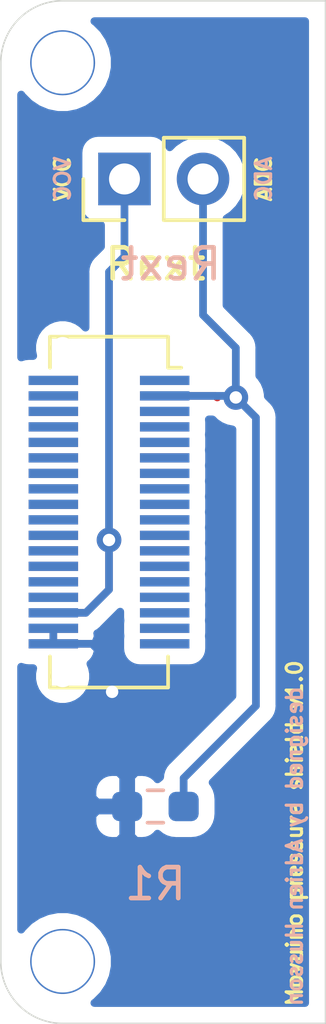
<source format=kicad_pcb>
(kicad_pcb (version 20171130) (host pcbnew "(5.1.10)-1")

  (general
    (thickness 1.6)
    (drawings 20)
    (tracks 29)
    (zones 0)
    (modules 6)
    (nets 68)
  )

  (page A4)
  (title_block
    (title "Movuino Shield Pressure")
    (date 2021-09-23)
    (rev 1.0)
    (company CRI)
    (comment 1 "Adrien Husson")
  )

  (layers
    (0 F.Cu signal hide)
    (31 B.Cu signal)
    (32 B.Adhes user hide)
    (33 F.Adhes user hide)
    (34 B.Paste user hide)
    (35 F.Paste user hide)
    (36 B.SilkS user)
    (37 F.SilkS user)
    (38 B.Mask user)
    (39 F.Mask user)
    (40 Dwgs.User user hide)
    (41 Cmts.User user hide)
    (42 Eco1.User user hide)
    (43 Eco2.User user hide)
    (44 Edge.Cuts user)
    (45 Margin user hide)
    (46 B.CrtYd user hide)
    (47 F.CrtYd user hide)
    (48 B.Fab user hide)
    (49 F.Fab user)
  )

  (setup
    (last_trace_width 0.25)
    (trace_clearance 0.2)
    (zone_clearance 0.508)
    (zone_45_only no)
    (trace_min 0.127)
    (via_size 0.8)
    (via_drill 0.4)
    (via_min_size 0.4)
    (via_min_drill 0.3)
    (uvia_size 0.3)
    (uvia_drill 0.1)
    (uvias_allowed no)
    (uvia_min_size 0.2)
    (uvia_min_drill 0.1)
    (edge_width 0.05)
    (segment_width 0.2)
    (pcb_text_width 0.3)
    (pcb_text_size 1.5 1.5)
    (mod_edge_width 0.12)
    (mod_text_size 1 1)
    (mod_text_width 0.15)
    (pad_size 2.1 2.1)
    (pad_drill 2)
    (pad_to_mask_clearance 0)
    (aux_axis_origin 0 0)
    (visible_elements 7FFFFFFF)
    (pcbplotparams
      (layerselection 0x010f0_ffffffff)
      (usegerberextensions true)
      (usegerberattributes true)
      (usegerberadvancedattributes true)
      (creategerberjobfile false)
      (excludeedgelayer true)
      (linewidth 0.100000)
      (plotframeref false)
      (viasonmask false)
      (mode 1)
      (useauxorigin false)
      (hpglpennumber 1)
      (hpglpenspeed 20)
      (hpglpendiameter 15.000000)
      (psnegative false)
      (psa4output false)
      (plotreference true)
      (plotvalue true)
      (plotinvisibletext false)
      (padsonsilk false)
      (subtractmaskfromsilk false)
      (outputformat 1)
      (mirror false)
      (drillshape 0)
      (scaleselection 1)
      (outputdirectory "output/"))
  )

  (net 0 "")
  (net 1 /ADC)
  (net 2 VCC)
  (net 3 GND)
  (net 4 "Net-(J3-Pad35)")
  (net 5 "Net-(J3-Pad2)")
  (net 6 "Net-(J3-Pad33)")
  (net 7 "Net-(J3-Pad31)")
  (net 8 "Net-(J3-Pad30)")
  (net 9 "Net-(J3-Pad29)")
  (net 10 "Net-(J3-Pad28)")
  (net 11 "Net-(J3-Pad27)")
  (net 12 "Net-(J3-Pad26)")
  (net 13 "Net-(J3-Pad25)")
  (net 14 "Net-(J3-Pad24)")
  (net 15 "Net-(J3-Pad23)")
  (net 16 "Net-(J3-Pad22)")
  (net 17 "Net-(J3-Pad21)")
  (net 18 "Net-(J3-Pad20)")
  (net 19 "Net-(J3-Pad19)")
  (net 20 "Net-(J3-Pad18)")
  (net 21 "Net-(J3-Pad17)")
  (net 22 "Net-(J3-Pad16)")
  (net 23 "Net-(J3-Pad15)")
  (net 24 "Net-(J3-Pad14)")
  (net 25 "Net-(J3-Pad13)")
  (net 26 "Net-(J3-Pad12)")
  (net 27 "Net-(J3-Pad11)")
  (net 28 "Net-(J3-Pad10)")
  (net 29 "Net-(J3-Pad9)")
  (net 30 "Net-(J3-Pad8)")
  (net 31 "Net-(J3-Pad7)")
  (net 32 "Net-(J3-Pad6)")
  (net 33 "Net-(J3-Pad5)")
  (net 34 "Net-(J3-Pad4)")
  (net 35 "Net-(J1-Pad30)")
  (net 36 "Net-(J1-Pad29)")
  (net 37 "Net-(J1-Pad28)")
  (net 38 "Net-(J1-Pad27)")
  (net 39 "Net-(J1-Pad26)")
  (net 40 "Net-(J1-Pad25)")
  (net 41 "Net-(J1-Pad24)")
  (net 42 "Net-(J1-Pad23)")
  (net 43 "Net-(J1-Pad22)")
  (net 44 "Net-(J1-Pad21)")
  (net 45 "Net-(J1-Pad20)")
  (net 46 "Net-(J1-Pad19)")
  (net 47 "Net-(J1-Pad18)")
  (net 48 "Net-(J1-Pad17)")
  (net 49 "Net-(J1-Pad16)")
  (net 50 "Net-(J1-Pad15)")
  (net 51 "Net-(J1-Pad14)")
  (net 52 "Net-(J1-Pad13)")
  (net 53 "Net-(J1-Pad12)")
  (net 54 "Net-(J1-Pad11)")
  (net 55 "Net-(J1-Pad10)")
  (net 56 "Net-(J1-Pad9)")
  (net 57 "Net-(J1-Pad8)")
  (net 58 "Net-(J1-Pad7)")
  (net 59 "Net-(J1-Pad6)")
  (net 60 "Net-(J1-Pad5)")
  (net 61 "Net-(J1-Pad3)")
  (net 62 "Net-(J1-Pad1)")
  (net 63 "Net-(J1-Pad36)")
  (net 64 "Net-(J1-Pad34)")
  (net 65 "Net-(J1-Pad32)")
  (net 66 "Net-(J1-Pad2)")
  (net 67 "Net-(J3-Pad1)")

  (net_class Default "This is the default net class."
    (clearance 0.2)
    (trace_width 0.25)
    (via_dia 0.8)
    (via_drill 0.4)
    (uvia_dia 0.3)
    (uvia_drill 0.1)
    (add_net /ADC)
    (add_net GND)
    (add_net "Net-(J1-Pad1)")
    (add_net "Net-(J1-Pad10)")
    (add_net "Net-(J1-Pad11)")
    (add_net "Net-(J1-Pad12)")
    (add_net "Net-(J1-Pad13)")
    (add_net "Net-(J1-Pad14)")
    (add_net "Net-(J1-Pad15)")
    (add_net "Net-(J1-Pad16)")
    (add_net "Net-(J1-Pad17)")
    (add_net "Net-(J1-Pad18)")
    (add_net "Net-(J1-Pad19)")
    (add_net "Net-(J1-Pad2)")
    (add_net "Net-(J1-Pad20)")
    (add_net "Net-(J1-Pad21)")
    (add_net "Net-(J1-Pad22)")
    (add_net "Net-(J1-Pad23)")
    (add_net "Net-(J1-Pad24)")
    (add_net "Net-(J1-Pad25)")
    (add_net "Net-(J1-Pad26)")
    (add_net "Net-(J1-Pad27)")
    (add_net "Net-(J1-Pad28)")
    (add_net "Net-(J1-Pad29)")
    (add_net "Net-(J1-Pad3)")
    (add_net "Net-(J1-Pad30)")
    (add_net "Net-(J1-Pad32)")
    (add_net "Net-(J1-Pad34)")
    (add_net "Net-(J1-Pad36)")
    (add_net "Net-(J1-Pad5)")
    (add_net "Net-(J1-Pad6)")
    (add_net "Net-(J1-Pad7)")
    (add_net "Net-(J1-Pad8)")
    (add_net "Net-(J1-Pad9)")
    (add_net "Net-(J3-Pad1)")
    (add_net "Net-(J3-Pad10)")
    (add_net "Net-(J3-Pad11)")
    (add_net "Net-(J3-Pad12)")
    (add_net "Net-(J3-Pad13)")
    (add_net "Net-(J3-Pad14)")
    (add_net "Net-(J3-Pad15)")
    (add_net "Net-(J3-Pad16)")
    (add_net "Net-(J3-Pad17)")
    (add_net "Net-(J3-Pad18)")
    (add_net "Net-(J3-Pad19)")
    (add_net "Net-(J3-Pad2)")
    (add_net "Net-(J3-Pad20)")
    (add_net "Net-(J3-Pad21)")
    (add_net "Net-(J3-Pad22)")
    (add_net "Net-(J3-Pad23)")
    (add_net "Net-(J3-Pad24)")
    (add_net "Net-(J3-Pad25)")
    (add_net "Net-(J3-Pad26)")
    (add_net "Net-(J3-Pad27)")
    (add_net "Net-(J3-Pad28)")
    (add_net "Net-(J3-Pad29)")
    (add_net "Net-(J3-Pad30)")
    (add_net "Net-(J3-Pad31)")
    (add_net "Net-(J3-Pad33)")
    (add_net "Net-(J3-Pad35)")
    (add_net "Net-(J3-Pad4)")
    (add_net "Net-(J3-Pad5)")
    (add_net "Net-(J3-Pad6)")
    (add_net "Net-(J3-Pad7)")
    (add_net "Net-(J3-Pad8)")
    (add_net "Net-(J3-Pad9)")
    (add_net VCC)
  )

  (module Connector_Hirose:Hirose_DF12_DF12C3.0-36DS-0.5V_2x18_P0.50mm_Vertical (layer F.Cu) (tedit 5D24679F) (tstamp 619F1406)
    (at 103.5 46.5 270)
    (descr "Hirose DF12C SMD, DF12C3.0-36DS-0.5V, 36 Pins per row (https://www.hirose.com/product/document?clcode=CL0537-0694-9-81&productname=DF12C(3.0)-50DS-0.5V(81)&series=DF12&documenttype=2DDrawing&lang=en&documentid=0000994748), generated with kicad-footprint-generator")
    (tags "connector Hirose DF12 vertical")
    (path /61A045A3)
    (attr smd)
    (fp_text reference J1 (at 5 13 90) (layer F.SilkS) hide
      (effects (font (size 0.60325 0.60325) (thickness 0.0508)) (justify left top))
    )
    (fp_text value DF12-36NOLEGS-FEMALE (at 14.5 34 90) (layer F.SilkS) hide
      (effects (font (size 1.27 1.27) (thickness 0.15)) (justify left top))
    )
    (fp_text user %R (at 0 -1.1 90) (layer F.Fab)
      (effects (font (size 1 1) (thickness 0.15)))
    )
    (fp_line (start -5.55 1.8) (end -5.55 -1.8) (layer F.Fab) (width 0.1))
    (fp_line (start -5.55 -1.8) (end 5.55 -1.8) (layer F.Fab) (width 0.1))
    (fp_line (start 5.55 -1.8) (end 5.55 1.8) (layer F.Fab) (width 0.1))
    (fp_line (start 5.55 1.8) (end -5.55 1.8) (layer F.Fab) (width 0.1))
    (fp_line (start -4.8 1.2) (end -4.8 -1.2) (layer F.Fab) (width 0.1))
    (fp_line (start -4.8 -1.2) (end 4.8 -1.2) (layer F.Fab) (width 0.1))
    (fp_line (start 4.8 -1.2) (end 4.8 1.2) (layer F.Fab) (width 0.1))
    (fp_line (start 4.8 1.2) (end -4.8 1.2) (layer F.Fab) (width 0.1))
    (fp_line (start -4.45 -2.55) (end -4.25 -1.8) (layer F.Fab) (width 0.1))
    (fp_line (start -4.25 -1.8) (end -4.05 -2.55) (layer F.Fab) (width 0.1))
    (fp_line (start -4.05 -2.55) (end -4.45 -2.55) (layer F.Fab) (width 0.1))
    (fp_line (start -4.66 1.91) (end -5.66 1.91) (layer F.SilkS) (width 0.12))
    (fp_line (start -5.66 1.91) (end -5.66 -1.91) (layer F.SilkS) (width 0.12))
    (fp_line (start -5.66 -1.91) (end -4.66 -1.91) (layer F.SilkS) (width 0.12))
    (fp_line (start -4.66 -1.91) (end -4.66 -2.333333) (layer F.SilkS) (width 0.12))
    (fp_line (start 4.66 1.91) (end 5.66 1.91) (layer F.SilkS) (width 0.12))
    (fp_line (start 5.66 1.91) (end 5.66 -1.91) (layer F.SilkS) (width 0.12))
    (fp_line (start 5.66 -1.91) (end 4.66 -1.91) (layer F.SilkS) (width 0.12))
    (fp_line (start -6.05 -3.1) (end -6.05 3.1) (layer F.CrtYd) (width 0.05))
    (fp_line (start -6.05 3.1) (end 6.05 3.1) (layer F.CrtYd) (width 0.05))
    (fp_line (start 6.05 3.1) (end 6.05 -3.1) (layer F.CrtYd) (width 0.05))
    (fp_line (start 6.05 -3.1) (end -6.05 -3.1) (layer F.CrtYd) (width 0.05))
    (pad "" smd rect (at 4.25 2 270) (size 0.28 1.2) (layers F.Paste))
    (pad "" smd rect (at 3.75 2 270) (size 0.28 1.2) (layers F.Paste))
    (pad "" smd rect (at 3.25 2 270) (size 0.28 1.2) (layers F.Paste))
    (pad "" smd rect (at 2.75 2 270) (size 0.28 1.2) (layers F.Paste))
    (pad "" smd rect (at 2.25 2 270) (size 0.28 1.2) (layers F.Paste))
    (pad "" smd rect (at 1.75 2 270) (size 0.28 1.2) (layers F.Paste))
    (pad "" smd rect (at 1.25 2 270) (size 0.28 1.2) (layers F.Paste))
    (pad "" smd rect (at 0.75 2 270) (size 0.28 1.2) (layers F.Paste))
    (pad "" smd rect (at 0.25 2 270) (size 0.28 1.2) (layers F.Paste))
    (pad "" smd rect (at -0.25 2 270) (size 0.28 1.2) (layers F.Paste))
    (pad "" smd rect (at -0.75 2 270) (size 0.28 1.2) (layers F.Paste))
    (pad "" smd rect (at -1.25 2 270) (size 0.28 1.2) (layers F.Paste))
    (pad "" smd rect (at -1.75 2 270) (size 0.28 1.2) (layers F.Paste))
    (pad "" smd rect (at -2.25 2 270) (size 0.28 1.2) (layers F.Paste))
    (pad "" smd rect (at -2.75 2 270) (size 0.28 1.2) (layers F.Paste))
    (pad "" smd rect (at -3.25 2 270) (size 0.28 1.2) (layers F.Paste))
    (pad "" smd rect (at -3.75 2 270) (size 0.28 1.2) (layers F.Paste))
    (pad "" smd rect (at -4.25 2 270) (size 0.28 1.2) (layers F.Paste))
    (pad "" smd rect (at 4.25 -2 270) (size 0.28 1.2) (layers F.Paste))
    (pad "" smd rect (at 3.75 -2 270) (size 0.28 1.2) (layers F.Paste))
    (pad "" smd rect (at 3.25 -2 270) (size 0.28 1.2) (layers F.Paste))
    (pad "" smd rect (at 2.75 -2 270) (size 0.28 1.2) (layers F.Paste))
    (pad "" smd rect (at 2.25 -2 270) (size 0.28 1.2) (layers F.Paste))
    (pad "" smd rect (at 1.75 -2 270) (size 0.28 1.2) (layers F.Paste))
    (pad "" smd rect (at 1.25 -2 270) (size 0.28 1.2) (layers F.Paste))
    (pad "" smd rect (at 0.75 -2 270) (size 0.28 1.2) (layers F.Paste))
    (pad "" smd rect (at 0.25 -2 270) (size 0.28 1.2) (layers F.Paste))
    (pad "" smd rect (at -0.25 -2 270) (size 0.28 1.2) (layers F.Paste))
    (pad "" smd rect (at -0.75 -2 270) (size 0.28 1.2) (layers F.Paste))
    (pad "" smd rect (at -1.25 -2 270) (size 0.28 1.2) (layers F.Paste))
    (pad "" smd rect (at -1.75 -2 270) (size 0.28 1.2) (layers F.Paste))
    (pad "" smd rect (at -2.25 -2 270) (size 0.28 1.2) (layers F.Paste))
    (pad "" smd rect (at -2.75 -2 270) (size 0.28 1.2) (layers F.Paste))
    (pad "" smd rect (at -3.25 -2 270) (size 0.28 1.2) (layers F.Paste))
    (pad "" smd rect (at -3.75 -2 270) (size 0.28 1.2) (layers F.Paste))
    (pad "" smd rect (at -4.25 -2 270) (size 0.28 1.2) (layers F.Paste))
    (pad 36 smd rect (at 4.25 1.8 270) (size 0.3 1.6) (layers F.Cu F.Mask)
      (net 63 "Net-(J1-Pad36)"))
    (pad 35 smd rect (at 3.75 1.8 270) (size 0.3 1.6) (layers F.Cu F.Mask)
      (net 3 GND))
    (pad 34 smd rect (at 3.25 1.8 270) (size 0.3 1.6) (layers F.Cu F.Mask)
      (net 64 "Net-(J1-Pad34)"))
    (pad 33 smd rect (at 2.75 1.8 270) (size 0.3 1.6) (layers F.Cu F.Mask)
      (net 3 GND))
    (pad 32 smd rect (at 2.25 1.8 270) (size 0.3 1.6) (layers F.Cu F.Mask)
      (net 65 "Net-(J1-Pad32)"))
    (pad 31 smd rect (at 1.75 1.8 270) (size 0.3 1.6) (layers F.Cu F.Mask)
      (net 2 VCC))
    (pad 30 smd rect (at 1.25 1.8 270) (size 0.3 1.6) (layers F.Cu F.Mask)
      (net 35 "Net-(J1-Pad30)"))
    (pad 29 smd rect (at 0.75 1.8 270) (size 0.3 1.6) (layers F.Cu F.Mask)
      (net 36 "Net-(J1-Pad29)"))
    (pad 28 smd rect (at 0.25 1.8 270) (size 0.3 1.6) (layers F.Cu F.Mask)
      (net 37 "Net-(J1-Pad28)"))
    (pad 27 smd rect (at -0.25 1.8 270) (size 0.3 1.6) (layers F.Cu F.Mask)
      (net 38 "Net-(J1-Pad27)"))
    (pad 26 smd rect (at -0.75 1.8 270) (size 0.3 1.6) (layers F.Cu F.Mask)
      (net 39 "Net-(J1-Pad26)"))
    (pad 25 smd rect (at -1.25 1.8 270) (size 0.3 1.6) (layers F.Cu F.Mask)
      (net 40 "Net-(J1-Pad25)"))
    (pad 24 smd rect (at -1.75 1.8 270) (size 0.3 1.6) (layers F.Cu F.Mask)
      (net 41 "Net-(J1-Pad24)"))
    (pad 23 smd rect (at -2.25 1.8 270) (size 0.3 1.6) (layers F.Cu F.Mask)
      (net 42 "Net-(J1-Pad23)"))
    (pad 22 smd rect (at -2.75 1.8 270) (size 0.3 1.6) (layers F.Cu F.Mask)
      (net 43 "Net-(J1-Pad22)"))
    (pad 21 smd rect (at -3.25 1.8 270) (size 0.3 1.6) (layers F.Cu F.Mask)
      (net 44 "Net-(J1-Pad21)"))
    (pad 20 smd rect (at -3.75 1.8 270) (size 0.3 1.6) (layers F.Cu F.Mask)
      (net 45 "Net-(J1-Pad20)"))
    (pad 19 smd rect (at -4.25 1.8 270) (size 0.3 1.6) (layers F.Cu F.Mask)
      (net 46 "Net-(J1-Pad19)"))
    (pad 18 smd rect (at 4.25 -1.8 270) (size 0.3 1.6) (layers F.Cu F.Mask)
      (net 47 "Net-(J1-Pad18)"))
    (pad 17 smd rect (at 3.75 -1.8 270) (size 0.3 1.6) (layers F.Cu F.Mask)
      (net 48 "Net-(J1-Pad17)"))
    (pad 16 smd rect (at 3.25 -1.8 270) (size 0.3 1.6) (layers F.Cu F.Mask)
      (net 49 "Net-(J1-Pad16)"))
    (pad 15 smd rect (at 2.75 -1.8 270) (size 0.3 1.6) (layers F.Cu F.Mask)
      (net 50 "Net-(J1-Pad15)"))
    (pad 14 smd rect (at 2.25 -1.8 270) (size 0.3 1.6) (layers F.Cu F.Mask)
      (net 51 "Net-(J1-Pad14)"))
    (pad 13 smd rect (at 1.75 -1.8 270) (size 0.3 1.6) (layers F.Cu F.Mask)
      (net 52 "Net-(J1-Pad13)"))
    (pad 12 smd rect (at 1.25 -1.8 270) (size 0.3 1.6) (layers F.Cu F.Mask)
      (net 53 "Net-(J1-Pad12)"))
    (pad 11 smd rect (at 0.75 -1.8 270) (size 0.3 1.6) (layers F.Cu F.Mask)
      (net 54 "Net-(J1-Pad11)"))
    (pad 10 smd rect (at 0.25 -1.8 270) (size 0.3 1.6) (layers F.Cu F.Mask)
      (net 55 "Net-(J1-Pad10)"))
    (pad 9 smd rect (at -0.25 -1.8 270) (size 0.3 1.6) (layers F.Cu F.Mask)
      (net 56 "Net-(J1-Pad9)"))
    (pad 8 smd rect (at -0.75 -1.8 270) (size 0.3 1.6) (layers F.Cu F.Mask)
      (net 57 "Net-(J1-Pad8)"))
    (pad 7 smd rect (at -1.25 -1.8 270) (size 0.3 1.6) (layers F.Cu F.Mask)
      (net 58 "Net-(J1-Pad7)"))
    (pad 6 smd rect (at -1.75 -1.8 270) (size 0.3 1.6) (layers F.Cu F.Mask)
      (net 59 "Net-(J1-Pad6)"))
    (pad 5 smd rect (at -2.25 -1.8 270) (size 0.3 1.6) (layers F.Cu F.Mask)
      (net 60 "Net-(J1-Pad5)"))
    (pad 4 smd rect (at -2.75 -1.8 270) (size 0.3 1.6) (layers F.Cu F.Mask)
      (net 1 /ADC))
    (pad 3 smd rect (at -3.25 -1.8 270) (size 0.3 1.6) (layers F.Cu F.Mask)
      (net 61 "Net-(J1-Pad3)"))
    (pad 2 smd rect (at -3.75 -1.8 270) (size 0.3 1.6) (layers F.Cu F.Mask)
      (net 66 "Net-(J1-Pad2)"))
    (pad 1 smd rect (at -4.25 -1.8 270) (size 0.3 1.6) (layers F.Cu F.Mask)
      (net 62 "Net-(J1-Pad1)"))
    (model ${KISYS3DMOD}/Connector_Hirose.3dshapes/Hirose_DF12_DF12C3.0-36DS-0.5V_2x18_P0.50mm_Vertical.wrl
      (at (xyz 0 0 0))
      (scale (xyz 1 1 1))
      (rotate (xyz 0 0 0))
    )
  )

  (module MountingHole:MountingHole_2.1mm (layer F.Cu) (tedit 61B8C95F) (tstamp 61B92B6E)
    (at 102 32)
    (descr "Mounting Hole 2.1mm, no annular")
    (tags "mounting hole 2.1mm no annular")
    (attr virtual)
    (fp_text reference REF** (at 0 -4) (layer F.SilkS) hide
      (effects (font (size 1 1) (thickness 0.15)))
    )
    (fp_text value MountingHole_2.1mm (at -11 1) (layer F.Fab)
      (effects (font (size 1 1) (thickness 0.15)))
    )
    (fp_circle (center 0 0) (end 2.1 0) (layer Cmts.User) (width 0.15))
    (fp_circle (center 0 0) (end 2.35 0) (layer F.CrtYd) (width 0.05))
    (fp_text user %R (at -6.5 -2) (layer F.Fab)
      (effects (font (size 1 1) (thickness 0.15)))
    )
    (pad "" np_thru_hole circle (at 0 0) (size 2.1 2.1) (drill 2) (layers *.Cu B.Mask))
  )

  (module MountingHole:MountingHole_2.1mm (layer F.Cu) (tedit 61B8C97B) (tstamp 61B9253B)
    (at 102 61)
    (descr "Mounting Hole 2.1mm, no annular")
    (tags "mounting hole 2.1mm no annular")
    (attr virtual)
    (fp_text reference REF** (at 0 4) (layer F.SilkS) hide
      (effects (font (size 1 1) (thickness 0.15)))
    )
    (fp_text value MountingHole_2.1mm (at 0 3.2) (layer F.Fab)
      (effects (font (size 1 1) (thickness 0.15)))
    )
    (fp_circle (center 0 0) (end 2.35 0) (layer F.CrtYd) (width 0.05))
    (fp_circle (center 0 0) (end 2.1 0) (layer Cmts.User) (width 0.15))
    (fp_text user %R (at -8.5 0) (layer F.Fab)
      (effects (font (size 1 1) (thickness 0.15)))
    )
    (pad "" np_thru_hole circle (at 0 0) (size 2.1 2.1) (drill 2) (layers *.Cu *.Mask))
  )

  (module Connector_PinHeader_2.54mm:PinHeader_1x02_P2.54mm_Vertical (layer F.Cu) (tedit 59FED5CC) (tstamp 61B92C5B)
    (at 104 35.75 90)
    (descr "Through hole straight pin header, 1x02, 2.54mm pitch, single row")
    (tags "Through hole pin header THT 1x02 2.54mm single row")
    (path /614CAC26)
    (fp_text reference J2 (at 1.75 -31.5 180) (layer F.SilkS) hide
      (effects (font (size 1 1) (thickness 0.15)))
    )
    (fp_text value Rext (at -2.75 1 180) (layer F.SilkS)
      (effects (font (size 1 1) (thickness 0.15)))
    )
    (fp_line (start -0.635 -1.27) (end 1.27 -1.27) (layer F.Fab) (width 0.1))
    (fp_line (start 1.27 -1.27) (end 1.27 3.81) (layer F.Fab) (width 0.1))
    (fp_line (start 1.27 3.81) (end -1.27 3.81) (layer F.Fab) (width 0.1))
    (fp_line (start -1.27 3.81) (end -1.27 -0.635) (layer F.Fab) (width 0.1))
    (fp_line (start -1.27 -0.635) (end -0.635 -1.27) (layer F.Fab) (width 0.1))
    (fp_line (start -1.33 3.87) (end 1.33 3.87) (layer F.SilkS) (width 0.12))
    (fp_line (start -1.33 1.27) (end -1.33 3.87) (layer F.SilkS) (width 0.12))
    (fp_line (start 1.33 1.27) (end 1.33 3.87) (layer F.SilkS) (width 0.12))
    (fp_line (start -1.33 1.27) (end 1.33 1.27) (layer F.SilkS) (width 0.12))
    (fp_line (start -1.33 0) (end -1.33 -1.33) (layer F.SilkS) (width 0.12))
    (fp_line (start -1.33 -1.33) (end 0 -1.33) (layer F.SilkS) (width 0.12))
    (fp_line (start -1.8 -1.8) (end -1.8 4.35) (layer F.CrtYd) (width 0.05))
    (fp_line (start -1.8 4.35) (end 1.8 4.35) (layer F.CrtYd) (width 0.05))
    (fp_line (start 1.8 4.35) (end 1.8 -1.8) (layer F.CrtYd) (width 0.05))
    (fp_line (start 1.8 -1.8) (end -1.8 -1.8) (layer F.CrtYd) (width 0.05))
    (fp_text user %R (at 1.75 -34) (layer F.Fab) hide
      (effects (font (size 1 1) (thickness 0.15)))
    )
    (pad 2 thru_hole oval (at 0 2.54 90) (size 1.7 1.7) (drill 1) (layers *.Cu *.Mask)
      (net 1 /ADC))
    (pad 1 thru_hole rect (at 0 0 90) (size 1.7 1.7) (drill 1) (layers *.Cu *.Mask)
      (net 2 VCC))
    (model ${KISYS3DMOD}/Connector_PinHeader_2.54mm.3dshapes/PinHeader_1x02_P2.54mm_Vertical.wrl
      (at (xyz 0 0 0))
      (scale (xyz 1 1 1))
      (rotate (xyz 0 0 0))
    )
  )

  (module MovuinoESP8266:DF12-36-DP-NL (layer B.Cu) (tedit 0) (tstamp 619EB42D)
    (at 103.5 46.5 270)
    (descr "Hirose DF12 Pattern with metal fitting, 32 positions")
    (path /615F0003)
    (fp_text reference J3 (at 2.5 13 90) (layer B.SilkS) hide
      (effects (font (size 0.60325 0.60325) (thickness 0.0508)) (justify right top mirror))
    )
    (fp_text value DF12-36NOLEGS-MALE (at 14.5 31 90) (layer B.SilkS) hide
      (effects (font (size 1.27 1.27) (thickness 0.15)) (justify right top mirror))
    )
    (fp_circle (center -5.9164 -2.413) (end -5.7894 -2.413) (layer B.Fab) (width 0.127))
    (fp_line (start 6.2319 -2.8037) (end -6.242 -2.791) (layer Dwgs.User) (width 0.2))
    (fp_line (start -6.242 -2.791) (end -6.242 2.7352) (layer Dwgs.User) (width 0.2))
    (fp_line (start -5.392 -1.4) (end -5.392 1.2845) (layer B.Fab) (width 0.2032))
    (fp_line (start 5.3488 1.2972) (end 5.3488 -1.3975) (layer B.Fab) (width 0.2032))
    (fp_line (start 6.2319 2.7225) (end 6.2319 -2.8037) (layer Dwgs.User) (width 0.2))
    (fp_line (start -6.242 2.7352) (end 6.2319 2.7225) (layer Dwgs.User) (width 0.2))
    (fp_poly (pts (xy -0.1463 1.1176) (xy -0.1463 2.3876) (xy -0.3495 2.3876) (xy -0.3495 1.1176)) (layer B.Fab) (width 0))
    (fp_poly (pts (xy -0.6467 -2.5019) (xy -0.6467 -1.2319) (xy -0.8499 -1.2319) (xy -0.8499 -2.5019)) (layer B.Fab) (width 0))
    (fp_poly (pts (xy -0.6492 1.1201) (xy -0.6492 2.3901) (xy -0.8524 2.3901) (xy -0.8524 1.1201)) (layer B.Fab) (width 0))
    (fp_poly (pts (xy 0.3515 1.1099) (xy 0.3515 2.3799) (xy 0.1483 2.3799) (xy 0.1483 1.1099)) (layer B.Fab) (width 0))
    (fp_poly (pts (xy 0.8519 1.1125) (xy 0.8519 2.3825) (xy 0.6487 2.3825) (xy 0.6487 1.1125)) (layer B.Fab) (width 0))
    (fp_poly (pts (xy 1.3497 1.1049) (xy 1.3497 2.3749) (xy 1.1465 2.3749) (xy 1.1465 1.1049)) (layer B.Fab) (width 0))
    (fp_poly (pts (xy 1.8526 1.1049) (xy 1.8526 2.3749) (xy 1.6494 2.3749) (xy 1.6494 1.1049)) (layer B.Fab) (width 0))
    (fp_poly (pts (xy 2.353 1.1049) (xy 2.353 2.3749) (xy 2.1498 2.3749) (xy 2.1498 1.1049)) (layer B.Fab) (width 0))
    (fp_poly (pts (xy 2.8508 1.1075) (xy 2.8508 2.3775) (xy 2.6476 2.3775) (xy 2.6476 1.1075)) (layer B.Fab) (width 0))
    (fp_poly (pts (xy 3.3538 1.1024) (xy 3.3538 2.3724) (xy 3.1506 2.3724) (xy 3.1506 1.1024)) (layer B.Fab) (width 0))
    (fp_poly (pts (xy 3.8541 1.1049) (xy 3.8541 2.3749) (xy 3.6509 2.3749) (xy 3.6509 1.1049)) (layer B.Fab) (width 0))
    (fp_poly (pts (xy -1.1445 1.1201) (xy -1.1445 2.3901) (xy -1.3477 2.3901) (xy -1.3477 1.1201)) (layer B.Fab) (width 0))
    (fp_poly (pts (xy -1.6449 1.1201) (xy -1.6449 2.3901) (xy -1.8481 2.3901) (xy -1.8481 1.1201)) (layer B.Fab) (width 0))
    (fp_poly (pts (xy -2.1478 1.1201) (xy -2.1478 2.3901) (xy -2.351 2.3901) (xy -2.351 1.1201)) (layer B.Fab) (width 0))
    (fp_poly (pts (xy -2.6482 1.1176) (xy -2.6482 2.3876) (xy -2.8514 2.3876) (xy -2.8514 1.1176)) (layer B.Fab) (width 0))
    (fp_poly (pts (xy -3.146 1.1201) (xy -3.146 2.3901) (xy -3.3492 2.3901) (xy -3.3492 1.1201)) (layer B.Fab) (width 0))
    (fp_poly (pts (xy -3.6489 1.1201) (xy -3.6489 2.3901) (xy -3.8521 2.3901) (xy -3.8521 1.1201)) (layer B.Fab) (width 0))
    (fp_poly (pts (xy -0.1438 -2.5019) (xy -0.1438 -1.2319) (xy -0.347 -1.2319) (xy -0.347 -2.5019)) (layer B.Fab) (width 0))
    (fp_poly (pts (xy 0.3515 -2.5044) (xy 0.3515 -1.2344) (xy 0.1483 -1.2344) (xy 0.1483 -2.5044)) (layer B.Fab) (width 0))
    (fp_poly (pts (xy 0.8544 -2.5044) (xy 0.8544 -1.2344) (xy 0.6512 -1.2344) (xy 0.6512 -2.5044)) (layer B.Fab) (width 0))
    (fp_poly (pts (xy 1.3522 -2.5094) (xy 1.3522 -1.2394) (xy 1.149 -1.2394) (xy 1.149 -2.5094)) (layer B.Fab) (width 0))
    (fp_poly (pts (xy 1.8526 -2.5094) (xy 1.8526 -1.2394) (xy 1.6494 -1.2394) (xy 1.6494 -2.5094)) (layer B.Fab) (width 0))
    (fp_poly (pts (xy 2.3556 -2.5069) (xy 2.3556 -1.2369) (xy 2.1524 -1.2369) (xy 2.1524 -2.5069)) (layer B.Fab) (width 0))
    (fp_poly (pts (xy 2.8559 -2.5069) (xy 2.8559 -1.2369) (xy 2.6527 -1.2369) (xy 2.6527 -2.5069)) (layer B.Fab) (width 0))
    (fp_poly (pts (xy 3.3563 -2.5069) (xy 3.3563 -1.2369) (xy 3.1531 -1.2369) (xy 3.1531 -2.5069)) (layer B.Fab) (width 0))
    (fp_poly (pts (xy 3.8567 -2.5094) (xy 3.8567 -1.2394) (xy 3.6535 -1.2394) (xy 3.6535 -2.5094)) (layer B.Fab) (width 0))
    (fp_poly (pts (xy -1.147 -2.4993) (xy -1.147 -1.2293) (xy -1.3502 -1.2293) (xy -1.3502 -2.4993)) (layer B.Fab) (width 0))
    (fp_poly (pts (xy -1.6474 -2.4993) (xy -1.6474 -1.2293) (xy -1.8506 -1.2293) (xy -1.8506 -2.4993)) (layer B.Fab) (width 0))
    (fp_poly (pts (xy -2.1453 -2.4993) (xy -2.1453 -1.2293) (xy -2.3485 -1.2293) (xy -2.3485 -2.4993)) (layer B.Fab) (width 0))
    (fp_poly (pts (xy -2.6431 -2.4993) (xy -2.6431 -1.2293) (xy -2.8463 -1.2293) (xy -2.8463 -2.4993)) (layer B.Fab) (width 0))
    (fp_poly (pts (xy -3.1486 -2.4993) (xy -3.1486 -1.2293) (xy -3.3518 -1.2293) (xy -3.3518 -2.4993)) (layer B.Fab) (width 0))
    (fp_poly (pts (xy -3.6489 -2.4993) (xy -3.6489 -1.2293) (xy -3.8521 -1.2293) (xy -3.8521 -2.4993)) (layer B.Fab) (width 0))
    (fp_poly (pts (xy -3.8622 -2.5034) (xy -3.6422 -2.5034) (xy -3.6422 -1.2034) (xy -3.8622 -1.2034)) (layer B.Paste) (width 0))
    (fp_poly (pts (xy -3.8622 1.2066) (xy -3.6422 1.2066) (xy -3.6422 2.5066) (xy -3.8622 2.5066)) (layer B.Paste) (width 0))
    (fp_poly (pts (xy -3.3622 1.2066) (xy -3.1422 1.2066) (xy -3.1422 2.5066) (xy -3.3622 2.5066)) (layer B.Paste) (width 0))
    (fp_poly (pts (xy -2.8622 1.2066) (xy -2.6422 1.2066) (xy -2.6422 2.5066) (xy -2.8622 2.5066)) (layer B.Paste) (width 0))
    (fp_poly (pts (xy -2.3622 1.2066) (xy -2.1422 1.2066) (xy -2.1422 2.5066) (xy -2.3622 2.5066)) (layer B.Paste) (width 0))
    (fp_poly (pts (xy -1.8622 1.2066) (xy -1.6422 1.2066) (xy -1.6422 2.5066) (xy -1.8622 2.5066)) (layer B.Paste) (width 0))
    (fp_poly (pts (xy -1.3622 1.2066) (xy -1.1422 1.2066) (xy -1.1422 2.5066) (xy -1.3622 2.5066)) (layer B.Paste) (width 0))
    (fp_poly (pts (xy -0.8622 1.2066) (xy -0.6422 1.2066) (xy -0.6422 2.5066) (xy -0.8622 2.5066)) (layer B.Paste) (width 0))
    (fp_poly (pts (xy -0.3622 1.2066) (xy -0.1422 1.2066) (xy -0.1422 2.5066) (xy -0.3622 2.5066)) (layer B.Paste) (width 0))
    (fp_poly (pts (xy 0.1378 1.2066) (xy 0.3578 1.2066) (xy 0.3578 2.5066) (xy 0.1378 2.5066)) (layer B.Paste) (width 0))
    (fp_poly (pts (xy 0.6378 1.2066) (xy 0.8578 1.2066) (xy 0.8578 2.5066) (xy 0.6378 2.5066)) (layer B.Paste) (width 0))
    (fp_poly (pts (xy 1.1378 1.2066) (xy 1.3578 1.2066) (xy 1.3578 2.5066) (xy 1.1378 2.5066)) (layer B.Paste) (width 0))
    (fp_poly (pts (xy 1.6378 1.2066) (xy 1.8578 1.2066) (xy 1.8578 2.5066) (xy 1.6378 2.5066)) (layer B.Paste) (width 0))
    (fp_poly (pts (xy 2.1378 1.2066) (xy 2.3578 1.2066) (xy 2.3578 2.5066) (xy 2.1378 2.5066)) (layer B.Paste) (width 0))
    (fp_poly (pts (xy 2.6378 1.2066) (xy 2.8578 1.2066) (xy 2.8578 2.5066) (xy 2.6378 2.5066)) (layer B.Paste) (width 0))
    (fp_poly (pts (xy 3.1478 1.2066) (xy 3.3678 1.2066) (xy 3.3678 2.5066) (xy 3.1478 2.5066)) (layer B.Paste) (width 0))
    (fp_poly (pts (xy 3.6378 1.2066) (xy 3.8578 1.2066) (xy 3.8578 2.5066) (xy 3.6378 2.5066)) (layer B.Paste) (width 0))
    (fp_poly (pts (xy -3.3622 -2.5034) (xy -3.1422 -2.5034) (xy -3.1422 -1.2034) (xy -3.3622 -1.2034)) (layer B.Paste) (width 0))
    (fp_poly (pts (xy -2.8622 -2.5034) (xy -2.6422 -2.5034) (xy -2.6422 -1.2034) (xy -2.8622 -1.2034)) (layer B.Paste) (width 0))
    (fp_poly (pts (xy -2.3622 -2.5034) (xy -2.1422 -2.5034) (xy -2.1422 -1.2034) (xy -2.3622 -1.2034)) (layer B.Paste) (width 0))
    (fp_poly (pts (xy -1.8622 -2.5034) (xy -1.6422 -2.5034) (xy -1.6422 -1.2034) (xy -1.8622 -1.2034)) (layer B.Paste) (width 0))
    (fp_poly (pts (xy -1.3622 -2.5034) (xy -1.1422 -2.5034) (xy -1.1422 -1.2034) (xy -1.3622 -1.2034)) (layer B.Paste) (width 0))
    (fp_poly (pts (xy -0.8622 -2.5034) (xy -0.6422 -2.5034) (xy -0.6422 -1.2034) (xy -0.8622 -1.2034)) (layer B.Paste) (width 0))
    (fp_poly (pts (xy -0.3622 -2.5034) (xy -0.1422 -2.5034) (xy -0.1422 -1.2034) (xy -0.3622 -1.2034)) (layer B.Paste) (width 0))
    (fp_poly (pts (xy 0.1378 -2.5034) (xy 0.3578 -2.5034) (xy 0.3578 -1.2034) (xy 0.1378 -1.2034)) (layer B.Paste) (width 0))
    (fp_poly (pts (xy 0.6478 -2.5034) (xy 0.8678 -2.5034) (xy 0.8678 -1.2034) (xy 0.6478 -1.2034)) (layer B.Paste) (width 0))
    (fp_poly (pts (xy 1.1378 -2.5034) (xy 1.3578 -2.5034) (xy 1.3578 -1.2034) (xy 1.1378 -1.2034)) (layer B.Paste) (width 0))
    (fp_poly (pts (xy 1.6378 -2.5034) (xy 1.8578 -2.5034) (xy 1.8578 -1.2034) (xy 1.6378 -1.2034)) (layer B.Paste) (width 0))
    (fp_poly (pts (xy 2.1378 -2.5034) (xy 2.3578 -2.5034) (xy 2.3578 -1.2034) (xy 2.1378 -1.2034)) (layer B.Paste) (width 0))
    (fp_poly (pts (xy 2.6378 -2.5034) (xy 2.8578 -2.5034) (xy 2.8578 -1.2034) (xy 2.6378 -1.2034)) (layer B.Paste) (width 0))
    (fp_poly (pts (xy 3.1378 -2.5034) (xy 3.3578 -2.5034) (xy 3.3578 -1.2034) (xy 3.1378 -1.2034)) (layer B.Paste) (width 0))
    (fp_poly (pts (xy 3.6378 -2.5034) (xy 3.8578 -2.5034) (xy 3.8578 -1.2034) (xy 3.6378 -1.2034)) (layer B.Paste) (width 0))
    (fp_poly (pts (xy 4.3541 1.1049) (xy 4.3541 2.3749) (xy 4.1509 2.3749) (xy 4.1509 1.1049)) (layer B.Fab) (width 0))
    (fp_poly (pts (xy 4.1378 1.2066) (xy 4.3578 1.2066) (xy 4.3578 2.5066) (xy 4.1378 2.5066)) (layer B.Paste) (width 0))
    (fp_poly (pts (xy 4.3567 -2.5094) (xy 4.3567 -1.2394) (xy 4.1535 -1.2394) (xy 4.1535 -2.5094)) (layer B.Fab) (width 0))
    (fp_poly (pts (xy 4.1378 -2.5034) (xy 4.3578 -2.5034) (xy 4.3578 -1.2034) (xy 4.1378 -1.2034)) (layer B.Paste) (width 0))
    (fp_poly (pts (xy -4.1489 1.1201) (xy -4.1489 2.3901) (xy -4.3521 2.3901) (xy -4.3521 1.1201)) (layer B.Fab) (width 0))
    (fp_poly (pts (xy -4.3622 1.2066) (xy -4.1422 1.2066) (xy -4.1422 2.5066) (xy -4.3622 2.5066)) (layer B.Paste) (width 0))
    (fp_poly (pts (xy -4.1489 -2.4993) (xy -4.1489 -1.2293) (xy -4.3521 -1.2293) (xy -4.3521 -2.4993)) (layer B.Fab) (width 0))
    (fp_poly (pts (xy -4.3622 -2.5034) (xy -4.1422 -2.5034) (xy -4.1422 -1.2034) (xy -4.3622 -1.2034)) (layer B.Paste) (width 0))
    (fp_line (start -4.7 1.308) (end -5.3845 1.308) (layer B.Fab) (width 0.2032))
    (fp_line (start 5.3 1.308) (end 4.6155 1.308) (layer B.Fab) (width 0.2032))
    (fp_line (start -4.7 -1.4) (end -5.3845 -1.4) (layer B.Fab) (width 0.2032))
    (fp_line (start 5.3 -1.392) (end 4.6155 -1.392) (layer B.Fab) (width 0.2032))
    (pad 3 smd rect (at -3.75 -1.8001 270) (size 0.3 1.6) (layers B.Cu B.Mask)
      (net 1 /ADC) (solder_mask_margin 0.1016))
    (pad 4 smd rect (at -3.75 1.8001 270) (size 0.3 1.6) (layers B.Cu B.Mask)
      (net 34 "Net-(J3-Pad4)") (solder_mask_margin 0.1016))
    (pad 5 smd rect (at -3.25 -1.8001 270) (size 0.3 1.6) (layers B.Cu B.Mask)
      (net 33 "Net-(J3-Pad5)") (solder_mask_margin 0.1016))
    (pad 6 smd rect (at -3.25 1.8001 270) (size 0.3 1.6) (layers B.Cu B.Mask)
      (net 32 "Net-(J3-Pad6)") (solder_mask_margin 0.1016))
    (pad 7 smd rect (at -2.75 -1.8001 270) (size 0.3 1.6) (layers B.Cu B.Mask)
      (net 31 "Net-(J3-Pad7)") (solder_mask_margin 0.1016))
    (pad 8 smd rect (at -2.75 1.8001 270) (size 0.3 1.6) (layers B.Cu B.Mask)
      (net 30 "Net-(J3-Pad8)") (solder_mask_margin 0.1016))
    (pad 9 smd rect (at -2.25 -1.8001 270) (size 0.3 1.6) (layers B.Cu B.Mask)
      (net 29 "Net-(J3-Pad9)") (solder_mask_margin 0.1016))
    (pad 10 smd rect (at -2.25 1.8001 270) (size 0.3 1.6) (layers B.Cu B.Mask)
      (net 28 "Net-(J3-Pad10)") (solder_mask_margin 0.1016))
    (pad 11 smd rect (at -1.75 -1.8001 270) (size 0.3 1.6) (layers B.Cu B.Mask)
      (net 27 "Net-(J3-Pad11)") (solder_mask_margin 0.1016))
    (pad 12 smd rect (at -1.75 1.8001 270) (size 0.3 1.6) (layers B.Cu B.Mask)
      (net 26 "Net-(J3-Pad12)") (solder_mask_margin 0.1016))
    (pad 13 smd rect (at -1.25 -1.8001 270) (size 0.3 1.6) (layers B.Cu B.Mask)
      (net 25 "Net-(J3-Pad13)") (solder_mask_margin 0.1016))
    (pad 14 smd rect (at -1.25 1.8001 270) (size 0.3 1.6) (layers B.Cu B.Mask)
      (net 24 "Net-(J3-Pad14)") (solder_mask_margin 0.1016))
    (pad 15 smd rect (at -0.75 -1.8001 270) (size 0.3 1.6) (layers B.Cu B.Mask)
      (net 23 "Net-(J3-Pad15)") (solder_mask_margin 0.1016))
    (pad 16 smd rect (at -0.75 1.8001 270) (size 0.3 1.6) (layers B.Cu B.Mask)
      (net 22 "Net-(J3-Pad16)") (solder_mask_margin 0.1016))
    (pad 17 smd rect (at -0.25 -1.8001 270) (size 0.3 1.6) (layers B.Cu B.Mask)
      (net 21 "Net-(J3-Pad17)") (solder_mask_margin 0.1016))
    (pad 18 smd rect (at -0.25 1.8001 270) (size 0.3 1.6) (layers B.Cu B.Mask)
      (net 20 "Net-(J3-Pad18)") (solder_mask_margin 0.1016))
    (pad 19 smd rect (at 0.25 -1.8001 270) (size 0.3 1.6) (layers B.Cu B.Mask)
      (net 19 "Net-(J3-Pad19)") (solder_mask_margin 0.1016))
    (pad 20 smd rect (at 0.25 1.8001 270) (size 0.3 1.6) (layers B.Cu B.Mask)
      (net 18 "Net-(J3-Pad20)") (solder_mask_margin 0.1016))
    (pad 21 smd rect (at 0.75 -1.8001 270) (size 0.3 1.6) (layers B.Cu B.Mask)
      (net 17 "Net-(J3-Pad21)") (solder_mask_margin 0.1016))
    (pad 22 smd rect (at 0.75 1.8001 270) (size 0.3 1.6) (layers B.Cu B.Mask)
      (net 16 "Net-(J3-Pad22)") (solder_mask_margin 0.1016))
    (pad 23 smd rect (at 1.25 -1.8001 270) (size 0.3 1.6) (layers B.Cu B.Mask)
      (net 15 "Net-(J3-Pad23)") (solder_mask_margin 0.1016))
    (pad 24 smd rect (at 1.25 1.8001 270) (size 0.3 1.6) (layers B.Cu B.Mask)
      (net 14 "Net-(J3-Pad24)") (solder_mask_margin 0.1016))
    (pad 25 smd rect (at 1.75 -1.8001 270) (size 0.3 1.6) (layers B.Cu B.Mask)
      (net 13 "Net-(J3-Pad25)") (solder_mask_margin 0.1016))
    (pad 26 smd rect (at 1.75 1.8001 270) (size 0.3 1.6) (layers B.Cu B.Mask)
      (net 12 "Net-(J3-Pad26)") (solder_mask_margin 0.1016))
    (pad 27 smd rect (at 2.25 -1.8001 270) (size 0.3 1.6) (layers B.Cu B.Mask)
      (net 11 "Net-(J3-Pad27)") (solder_mask_margin 0.1016))
    (pad 28 smd rect (at 2.25 1.8001 270) (size 0.3 1.6) (layers B.Cu B.Mask)
      (net 10 "Net-(J3-Pad28)") (solder_mask_margin 0.1016))
    (pad 29 smd rect (at 2.75 -1.8001 270) (size 0.3 1.6) (layers B.Cu B.Mask)
      (net 9 "Net-(J3-Pad29)") (solder_mask_margin 0.1016))
    (pad 30 smd rect (at 2.75 1.8001 270) (size 0.3 1.6) (layers B.Cu B.Mask)
      (net 8 "Net-(J3-Pad30)") (solder_mask_margin 0.1016))
    (pad 31 smd rect (at 3.25 -1.8001 270) (size 0.3 1.6) (layers B.Cu B.Mask)
      (net 7 "Net-(J3-Pad31)") (solder_mask_margin 0.1016))
    (pad 32 smd rect (at 3.25 1.8001 270) (size 0.3 1.6) (layers B.Cu B.Mask)
      (net 2 VCC) (solder_mask_margin 0.1016))
    (pad 33 smd rect (at 3.75 -1.8001 270) (size 0.3 1.6) (layers B.Cu B.Mask)
      (net 6 "Net-(J3-Pad33)") (solder_mask_margin 0.1016))
    (pad 34 smd rect (at 3.75 1.8001 270) (size 0.3 1.6) (layers B.Cu B.Mask)
      (net 3 GND) (solder_mask_margin 0.1016))
    (pad 36 smd rect (at 4.25 1.8001 270) (size 0.3 1.6) (layers B.Cu B.Mask)
      (net 3 GND) (solder_mask_margin 0.1016))
    (pad 2 smd rect (at -4.25 1.8001 270) (size 0.3 1.6) (layers B.Cu B.Mask)
      (net 5 "Net-(J3-Pad2)") (solder_mask_margin 0.1016))
    (pad 1 smd rect (at -4.25 -1.8001 270) (size 0.3 1.6) (layers B.Cu B.Mask)
      (net 67 "Net-(J3-Pad1)") (solder_mask_margin 0.1016))
    (pad 35 smd rect (at 4.25 -1.8001 270) (size 0.3 1.6) (layers B.Cu B.Mask)
      (net 4 "Net-(J3-Pad35)") (solder_mask_margin 0.1016))
    (pad "" np_thru_hole circle (at -5.3 1.5 270) (size 0.7 0.7) (drill 0.7) (layers *.Cu *.Mask))
    (pad "" np_thru_hole circle (at 5.3 1.5 270) (size 0.7 0.7) (drill 0.7) (layers *.Cu *.Mask))
  )

  (module Resistor_SMD:R_0603_1608Metric_Pad0.98x0.95mm_HandSolder (layer B.Cu) (tedit 5F68FEEE) (tstamp 615F1B55)
    (at 105 56 180)
    (descr "Resistor SMD 0603 (1608 Metric), square (rectangular) end terminal, IPC_7351 nominal with elongated pad for handsoldering. (Body size source: IPC-SM-782 page 72, https://www.pcb-3d.com/wordpress/wp-content/uploads/ipc-sm-782a_amendment_1_and_2.pdf), generated with kicad-footprint-generator")
    (tags "resistor handsolder")
    (path /614C81DE)
    (attr smd)
    (fp_text reference R1 (at 0 -2.5) (layer B.SilkS)
      (effects (font (size 1 1) (thickness 0.15)) (justify mirror))
    )
    (fp_text value "330 Ohm" (at -0.25 1.75) (layer B.Fab)
      (effects (font (size 1 1) (thickness 0.15)) (justify mirror))
    )
    (fp_line (start -0.8 -0.4125) (end -0.8 0.4125) (layer B.Fab) (width 0.1))
    (fp_line (start -0.8 0.4125) (end 0.8 0.4125) (layer B.Fab) (width 0.1))
    (fp_line (start 0.8 0.4125) (end 0.8 -0.4125) (layer B.Fab) (width 0.1))
    (fp_line (start 0.8 -0.4125) (end -0.8 -0.4125) (layer B.Fab) (width 0.1))
    (fp_line (start -0.254724 0.5225) (end 0.254724 0.5225) (layer B.SilkS) (width 0.12))
    (fp_line (start -0.254724 -0.5225) (end 0.254724 -0.5225) (layer B.SilkS) (width 0.12))
    (fp_line (start -1.65 -0.73) (end -1.65 0.73) (layer B.CrtYd) (width 0.05))
    (fp_line (start -1.65 0.73) (end 1.65 0.73) (layer B.CrtYd) (width 0.05))
    (fp_line (start 1.65 0.73) (end 1.65 -0.73) (layer B.CrtYd) (width 0.05))
    (fp_line (start 1.65 -0.73) (end -1.65 -0.73) (layer B.CrtYd) (width 0.05))
    (fp_text user %R (at 0 0 180) (layer B.Fab)
      (effects (font (size 0.4 0.4) (thickness 0.06)) (justify mirror))
    )
    (pad 2 smd roundrect (at 0.9125 0 180) (size 0.975 0.95) (layers B.Cu B.Paste B.Mask) (roundrect_rratio 0.25)
      (net 3 GND))
    (pad 1 smd roundrect (at -0.9125 0 180) (size 0.975 0.95) (layers B.Cu B.Paste B.Mask) (roundrect_rratio 0.25)
      (net 1 /ADC))
    (model ${KISYS3DMOD}/Resistor_SMD.3dshapes/R_0603_1608Metric.wrl
      (at (xyz 0 0 0))
      (scale (xyz 1 1 1))
      (rotate (xyz 0 0 0))
    )
  )

  (gr_text Rext (at 105.5 38.5) (layer B.SilkS) (tstamp 61B92C88)
    (effects (font (size 1 1) (thickness 0.15)) (justify mirror))
  )
  (gr_text VCC (at 102 35.75 90) (layer B.SilkS) (tstamp 61B92BA3)
    (effects (font (size 0.5 0.5) (thickness 0.1)) (justify mirror))
  )
  (gr_text ADC (at 108.5 35.75 90) (layer B.SilkS) (tstamp 61B92B9B)
    (effects (font (size 0.5 0.5) (thickness 0.1)) (justify mirror))
  )
  (gr_text "designed by Adrien Husson\n" (at 109.5 62.5 90) (layer B.SilkS) (tstamp 619FEA44)
    (effects (font (size 0.5 0.5) (thickness 0.1)) (justify right mirror))
  )
  (gr_text "Movuino pressure shield v1.0" (at 109.5 62.5 90) (layer F.SilkS) (tstamp 619FEA3D)
    (effects (font (size 0.5 0.5) (thickness 0.1)) (justify left))
  )
  (dimension 16.5 (width 0.15) (layer Dwgs.User)
    (gr_text "16.500 mm" (at 91.2 54.75 90) (layer Dwgs.User)
      (effects (font (size 1 1) (thickness 0.15)))
    )
    (feature1 (pts (xy 110 46.5) (xy 91.913579 46.5)))
    (feature2 (pts (xy 110 63) (xy 91.913579 63)))
    (crossbar (pts (xy 92.5 63) (xy 92.5 46.5)))
    (arrow1a (pts (xy 92.5 46.5) (xy 93.086421 47.626504)))
    (arrow1b (pts (xy 92.5 46.5) (xy 91.913579 47.626504)))
    (arrow2a (pts (xy 92.5 63) (xy 93.086421 61.873496)))
    (arrow2b (pts (xy 92.5 63) (xy 91.913579 61.873496)))
  )
  (dimension 33 (width 0.15) (layer Dwgs.User)
    (gr_text "33.000 mm" (at 86.2 46.5 90) (layer Dwgs.User)
      (effects (font (size 1 1) (thickness 0.15)))
    )
    (feature1 (pts (xy 110.5 30) (xy 86.913579 30)))
    (feature2 (pts (xy 110.5 63) (xy 86.913579 63)))
    (crossbar (pts (xy 87.5 63) (xy 87.5 30)))
    (arrow1a (pts (xy 87.5 30) (xy 88.086421 31.126504)))
    (arrow1b (pts (xy 87.5 30) (xy 86.913579 31.126504)))
    (arrow2a (pts (xy 87.5 63) (xy 88.086421 61.873496)))
    (arrow2b (pts (xy 87.5 63) (xy 86.913579 61.873496)))
  )
  (gr_text ADC (at 108.5 35.75 90) (layer F.SilkS)
    (effects (font (size 0.5 0.5) (thickness 0.1)))
  )
  (gr_text VCC (at 102 35.75 90) (layer F.SilkS)
    (effects (font (size 0.5 0.5) (thickness 0.1)))
  )
  (dimension 3.5 (width 0.15) (layer Dwgs.User)
    (gr_text "3.500 mm" (at 101.75 67.3) (layer Dwgs.User)
      (effects (font (size 1 1) (thickness 0.15)))
    )
    (feature1 (pts (xy 103.5 46.5) (xy 103.5 66.586421)))
    (feature2 (pts (xy 100 46.5) (xy 100 66.586421)))
    (crossbar (pts (xy 100 66) (xy 103.5 66)))
    (arrow1a (pts (xy 103.5 66) (xy 102.373496 66.586421)))
    (arrow1b (pts (xy 103.5 66) (xy 102.373496 65.413579)))
    (arrow2a (pts (xy 100 66) (xy 101.126504 66.586421)))
    (arrow2b (pts (xy 100 66) (xy 101.126504 65.413579)))
  )
  (dimension 2 (width 0.15) (layer Dwgs.User)
    (gr_text "2.000 mm" (at 102 25.7) (layer Dwgs.User)
      (effects (font (size 1 1) (thickness 0.15)))
    )
    (feature1 (pts (xy 103 32) (xy 103 26.413579)))
    (feature2 (pts (xy 101 32) (xy 101 26.413579)))
    (crossbar (pts (xy 101 27) (xy 103 27)))
    (arrow1a (pts (xy 103 27) (xy 101.873496 27.586421)))
    (arrow1b (pts (xy 103 27) (xy 101.873496 26.413579)))
    (arrow2a (pts (xy 101 27) (xy 102.126504 27.586421)))
    (arrow2b (pts (xy 101 27) (xy 102.126504 26.413579)))
  )
  (dimension 2 (width 0.15) (layer Dwgs.User) (tstamp 614CE662)
    (gr_text "2.000 mm" (at 93.7 31 90) (layer Dwgs.User) (tstamp 614CE662)
      (effects (font (size 1 1) (thickness 0.15)))
    )
    (feature1 (pts (xy 102 30) (xy 94.413579 30)))
    (feature2 (pts (xy 102 32) (xy 94.413579 32)))
    (crossbar (pts (xy 95 32) (xy 95 30)))
    (arrow1a (pts (xy 95 30) (xy 95.586421 31.126504)))
    (arrow1b (pts (xy 95 30) (xy 94.413579 31.126504)))
    (arrow2a (pts (xy 95 32) (xy 95.586421 30.873496)))
    (arrow2b (pts (xy 95 32) (xy 94.413579 30.873496)))
  )
  (gr_arc (start 102 61) (end 100 61) (angle -90) (layer Edge.Cuts) (width 0.05))
  (gr_line (start 102 30) (end 110.5 30) (layer Edge.Cuts) (width 0.05) (tstamp 614CE5B8))
  (gr_arc (start 102 32) (end 102 30) (angle -90) (layer Edge.Cuts) (width 0.05))
  (gr_line (start 100 32) (end 100 61) (layer Edge.Cuts) (width 0.05))
  (gr_line (start 110.5 63) (end 102 63) (layer Edge.Cuts) (width 0.05))
  (gr_line (start 110.5 30) (end 110.5 63) (layer Edge.Cuts) (width 0.05))
  (dimension 5.080988 (width 0.15) (layer Dwgs.User)
    (gr_text "5,081 mm" (at 158.8 83.959506 90) (layer Dwgs.User)
      (effects (font (size 1 1) (thickness 0.15)))
    )
    (feature1 (pts (xy 163.4 81.419012) (xy 159.513579 81.419012)))
    (feature2 (pts (xy 163.4 86.5) (xy 159.513579 86.5)))
    (crossbar (pts (xy 160.1 86.5) (xy 160.1 81.419012)))
    (arrow1a (pts (xy 160.1 81.419012) (xy 160.686421 82.545516)))
    (arrow1b (pts (xy 160.1 81.419012) (xy 159.513579 82.545516)))
    (arrow2a (pts (xy 160.1 86.5) (xy 160.686421 85.373496)))
    (arrow2b (pts (xy 160.1 86.5) (xy 159.513579 85.373496)))
  )
  (dimension 3.799992 (width 0.15) (layer Dwgs.User)
    (gr_text "3,800 mm" (at 165.299996 92.6) (layer Dwgs.User)
      (effects (font (size 1 1) (thickness 0.15)))
    )
    (feature1 (pts (xy 167.199992 86.5) (xy 167.199992 91.886421)))
    (feature2 (pts (xy 163.4 86.5) (xy 163.4 91.886421)))
    (crossbar (pts (xy 163.4 91.3) (xy 167.199992 91.3)))
    (arrow1a (pts (xy 167.199992 91.3) (xy 166.073488 91.886421)))
    (arrow1b (pts (xy 167.199992 91.3) (xy 166.073488 90.713579)))
    (arrow2a (pts (xy 163.4 91.3) (xy 164.526504 91.886421)))
    (arrow2b (pts (xy 163.4 91.3) (xy 164.526504 90.713579)))
  )

  (via (at 107.6 42.8) (size 0.8) (drill 0.4) (layers F.Cu B.Cu) (net 1))
  (segment (start 106.95 42.75) (end 105.3001 42.75) (width 0.25) (layer F.Cu) (net 66))
  (segment (start 107 42.8) (end 106.95 42.75) (width 0.25) (layer F.Cu) (net 66))
  (segment (start 107.55 42.75) (end 107.6 42.8) (width 0.25) (layer B.Cu) (net 1))
  (segment (start 105.9001 42.75) (end 107.55 42.75) (width 0.25) (layer B.Cu) (net 1))
  (segment (start 106.54 35.75) (end 106.54 40.14) (width 0.25) (layer B.Cu) (net 1))
  (segment (start 107.6 41.2) (end 107.6 42.8) (width 0.25) (layer B.Cu) (net 1))
  (segment (start 106.54 40.14) (end 107.6 41.2) (width 0.25) (layer B.Cu) (net 1))
  (segment (start 105.9125 55.0875) (end 105.9125 56) (width 0.25) (layer B.Cu) (net 1))
  (segment (start 108.25 52.75) (end 105.9125 55.0875) (width 0.25) (layer B.Cu) (net 1))
  (segment (start 108.25 43.45) (end 108.25 52.75) (width 0.25) (layer B.Cu) (net 1))
  (segment (start 107.6 42.8) (end 108.25 43.45) (width 0.25) (layer B.Cu) (net 1))
  (segment (start 101.6999 49.75) (end 102.75 49.75) (width 0.25) (layer B.Cu) (net 2))
  (segment (start 102.75 49.75) (end 103.5 49) (width 0.25) (layer B.Cu) (net 2))
  (segment (start 104 38.25) (end 104 35.75) (width 0.25) (layer B.Cu) (net 2))
  (segment (start 103.5 47.4) (end 103.5 38.75) (width 0.25) (layer B.Cu) (net 2))
  (segment (start 101.6999 49.75) (end 102.7499 49.75) (width 0.25) (layer F.Cu) (net 2))
  (segment (start 102.7499 49.75) (end 103.5 48.9999) (width 0.25) (layer F.Cu) (net 2))
  (segment (start 103.5 48.9999) (end 103.5 47.4) (width 0.25) (layer F.Cu) (net 2))
  (via (at 103.5 47.4) (size 0.8) (drill 0.4) (layers F.Cu B.Cu) (net 2))
  (segment (start 103.5 49) (end 103.5 47.4) (width 0.25) (layer B.Cu) (net 2))
  (segment (start 103.5 38.75) (end 104 38.25) (width 0.25) (layer B.Cu) (net 2))
  (segment (start 101.6999 50.75) (end 103.25 50.75) (width 0.25) (layer B.Cu) (net 3))
  (segment (start 101.6999 50.25) (end 101.6999 50.75) (width 0.25) (layer B.Cu) (net 3))
  (segment (start 101.6999 50.25) (end 101.6999 50.75) (width 0.25) (layer F.Cu) (net 3))
  (segment (start 101.6999 50.75) (end 103.25 50.75) (width 0.25) (layer F.Cu) (net 3))
  (via (at 103.6 52.3) (size 0.8) (drill 0.4) (layers F.Cu B.Cu) (net 3))
  (segment (start 103.6 51.1) (end 103.6 52.3) (width 0.25) (layer F.Cu) (net 3))
  (segment (start 103.25 50.75) (end 103.6 51.1) (width 0.25) (layer F.Cu) (net 3))

  (zone (net 3) (net_name GND) (layer B.Cu) (tstamp 62058802) (hatch edge 0.508)
    (connect_pads (clearance 0.508))
    (min_thickness 0.254)
    (fill yes (arc_segments 32) (thermal_gap 0.508) (thermal_bridge_width 0.508))
    (polygon
      (pts
        (xy 110.5 54) (xy 110.5 63) (xy 100 63) (xy 100 30) (xy 110.5 30)
      )
    )
    (filled_polygon
      (pts
        (xy 109.840001 62.34) (xy 103.027468 62.34) (xy 103.074125 62.308825) (xy 103.308825 62.074125) (xy 103.493228 61.798147)
        (xy 103.620246 61.491496) (xy 103.685 61.165958) (xy 103.685 60.834042) (xy 103.620246 60.508504) (xy 103.493228 60.201853)
        (xy 103.308825 59.925875) (xy 103.074125 59.691175) (xy 102.798147 59.506772) (xy 102.491496 59.379754) (xy 102.165958 59.315)
        (xy 101.834042 59.315) (xy 101.508504 59.379754) (xy 101.201853 59.506772) (xy 100.925875 59.691175) (xy 100.691175 59.925875)
        (xy 100.66 59.972532) (xy 100.66 56.475) (xy 102.961928 56.475) (xy 102.974188 56.599482) (xy 103.010498 56.71918)
        (xy 103.069463 56.829494) (xy 103.148815 56.926185) (xy 103.245506 57.005537) (xy 103.35582 57.064502) (xy 103.475518 57.100812)
        (xy 103.6 57.113072) (xy 103.80175 57.11) (xy 103.9605 56.95125) (xy 103.9605 56.127) (xy 103.12375 56.127)
        (xy 102.965 56.28575) (xy 102.961928 56.475) (xy 100.66 56.475) (xy 100.66 55.525) (xy 102.961928 55.525)
        (xy 102.965 55.71425) (xy 103.12375 55.873) (xy 103.9605 55.873) (xy 103.9605 55.04875) (xy 103.80175 54.89)
        (xy 103.6 54.886928) (xy 103.475518 54.899188) (xy 103.35582 54.935498) (xy 103.245506 54.994463) (xy 103.148815 55.073815)
        (xy 103.069463 55.170506) (xy 103.010498 55.28082) (xy 102.974188 55.400518) (xy 102.961928 55.525) (xy 100.66 55.525)
        (xy 100.66 51.490784) (xy 100.664119 51.492911) (xy 100.78432 51.527517) (xy 100.908963 51.538008) (xy 101.047981 51.53718)
        (xy 101.015 51.702986) (xy 101.015 51.897014) (xy 101.052853 52.087314) (xy 101.127104 52.266572) (xy 101.234901 52.427901)
        (xy 101.372099 52.565099) (xy 101.533428 52.672896) (xy 101.712686 52.747147) (xy 101.902986 52.785) (xy 102.097014 52.785)
        (xy 102.287314 52.747147) (xy 102.466572 52.672896) (xy 102.627901 52.565099) (xy 102.765099 52.427901) (xy 102.872896 52.266572)
        (xy 102.947147 52.087314) (xy 102.985 51.897014) (xy 102.985 51.702986) (xy 102.947147 51.512686) (xy 102.898214 51.394551)
        (xy 102.944631 51.357548) (xy 103.025349 51.261994) (xy 103.085874 51.152528) (xy 103.12388 51.033358) (xy 103.1349 50.93175)
        (xy 102.99778 50.79463) (xy 103.025349 50.761994) (xy 103.085874 50.652528) (xy 103.102381 50.600769) (xy 103.1349 50.56825)
        (xy 103.127498 50.5) (xy 103.1349 50.43175) (xy 103.118133 50.414983) (xy 103.174276 50.384974) (xy 103.290001 50.290001)
        (xy 103.313803 50.260998) (xy 103.862028 49.712774) (xy 103.862028 49.9) (xy 103.871877 50) (xy 103.862028 50.1)
        (xy 103.862028 50.4) (xy 103.871877 50.5) (xy 103.862028 50.6) (xy 103.862028 50.9) (xy 103.874288 51.024482)
        (xy 103.910598 51.14418) (xy 103.969563 51.254494) (xy 104.048915 51.351185) (xy 104.145606 51.430537) (xy 104.25592 51.489502)
        (xy 104.375618 51.525812) (xy 104.5001 51.538072) (xy 106.1001 51.538072) (xy 106.224582 51.525812) (xy 106.34428 51.489502)
        (xy 106.454594 51.430537) (xy 106.551285 51.351185) (xy 106.630637 51.254494) (xy 106.689602 51.14418) (xy 106.725912 51.024482)
        (xy 106.738172 50.9) (xy 106.738172 50.6) (xy 106.728323 50.5) (xy 106.738172 50.4) (xy 106.738172 50.1)
        (xy 106.728323 50) (xy 106.738172 49.9) (xy 106.738172 49.6) (xy 106.728323 49.5) (xy 106.738172 49.4)
        (xy 106.738172 49.1) (xy 106.728323 49) (xy 106.738172 48.9) (xy 106.738172 48.6) (xy 106.728323 48.5)
        (xy 106.738172 48.4) (xy 106.738172 48.1) (xy 106.728323 48) (xy 106.738172 47.9) (xy 106.738172 47.6)
        (xy 106.728323 47.5) (xy 106.738172 47.4) (xy 106.738172 47.1) (xy 106.728323 47) (xy 106.738172 46.9)
        (xy 106.738172 46.6) (xy 106.728323 46.5) (xy 106.738172 46.4) (xy 106.738172 46.1) (xy 106.728323 46)
        (xy 106.738172 45.9) (xy 106.738172 45.6) (xy 106.728323 45.5) (xy 106.738172 45.4) (xy 106.738172 45.1)
        (xy 106.728323 45) (xy 106.738172 44.9) (xy 106.738172 44.6) (xy 106.728323 44.5) (xy 106.738172 44.4)
        (xy 106.738172 44.1) (xy 106.728323 44) (xy 106.738172 43.9) (xy 106.738172 43.6) (xy 106.729308 43.51)
        (xy 106.846289 43.51) (xy 106.940226 43.603937) (xy 107.109744 43.717205) (xy 107.298102 43.795226) (xy 107.49 43.833397)
        (xy 107.490001 52.435197) (xy 105.401503 54.523696) (xy 105.372499 54.547499) (xy 105.317371 54.614674) (xy 105.277526 54.663224)
        (xy 105.206955 54.795253) (xy 105.206954 54.795254) (xy 105.163497 54.938515) (xy 105.1525 55.050168) (xy 105.1525 55.050178)
        (xy 105.15211 55.054142) (xy 105.067217 55.123812) (xy 105.026185 55.073815) (xy 104.929494 54.994463) (xy 104.81918 54.935498)
        (xy 104.699482 54.899188) (xy 104.575 54.886928) (xy 104.37325 54.89) (xy 104.2145 55.04875) (xy 104.2145 55.873)
        (xy 104.2345 55.873) (xy 104.2345 56.127) (xy 104.2145 56.127) (xy 104.2145 56.95125) (xy 104.37325 57.11)
        (xy 104.575 57.113072) (xy 104.699482 57.100812) (xy 104.81918 57.064502) (xy 104.929494 57.005537) (xy 105.026185 56.926185)
        (xy 105.067217 56.876188) (xy 105.176058 56.965512) (xy 105.327433 57.046423) (xy 105.491684 57.096248) (xy 105.6625 57.113072)
        (xy 106.1625 57.113072) (xy 106.333316 57.096248) (xy 106.497567 57.046423) (xy 106.648942 56.965512) (xy 106.781623 56.856623)
        (xy 106.890512 56.723942) (xy 106.971423 56.572567) (xy 107.021248 56.408316) (xy 107.038072 56.2375) (xy 107.038072 55.7625)
        (xy 107.021248 55.591684) (xy 106.971423 55.427433) (xy 106.890512 55.276058) (xy 106.849147 55.225654) (xy 108.761003 53.313799)
        (xy 108.790001 53.290001) (xy 108.884974 53.174276) (xy 108.955546 53.042247) (xy 108.999003 52.898986) (xy 109.01 52.787333)
        (xy 109.01 52.787324) (xy 109.013676 52.750001) (xy 109.01 52.712678) (xy 109.01 43.487323) (xy 109.013676 43.45)
        (xy 109.01 43.412677) (xy 109.01 43.412667) (xy 108.999003 43.301014) (xy 108.955546 43.157753) (xy 108.884974 43.025724)
        (xy 108.790001 42.909999) (xy 108.761004 42.886202) (xy 108.635 42.760198) (xy 108.635 42.698061) (xy 108.595226 42.498102)
        (xy 108.517205 42.309744) (xy 108.403937 42.140226) (xy 108.36 42.096289) (xy 108.36 41.237322) (xy 108.363676 41.199999)
        (xy 108.36 41.162676) (xy 108.36 41.162667) (xy 108.349003 41.051014) (xy 108.305546 40.907753) (xy 108.234974 40.775724)
        (xy 108.200263 40.733428) (xy 108.163799 40.688996) (xy 108.163795 40.688992) (xy 108.140001 40.659999) (xy 108.111009 40.636206)
        (xy 107.3 39.825199) (xy 107.3 37.028178) (xy 107.486632 36.903475) (xy 107.693475 36.696632) (xy 107.85599 36.453411)
        (xy 107.967932 36.183158) (xy 108.025 35.89626) (xy 108.025 35.60374) (xy 107.967932 35.316842) (xy 107.85599 35.046589)
        (xy 107.693475 34.803368) (xy 107.486632 34.596525) (xy 107.243411 34.43401) (xy 106.973158 34.322068) (xy 106.68626 34.265)
        (xy 106.39374 34.265) (xy 106.106842 34.322068) (xy 105.836589 34.43401) (xy 105.593368 34.596525) (xy 105.461513 34.72838)
        (xy 105.439502 34.65582) (xy 105.380537 34.545506) (xy 105.301185 34.448815) (xy 105.204494 34.369463) (xy 105.09418 34.310498)
        (xy 104.974482 34.274188) (xy 104.85 34.261928) (xy 103.15 34.261928) (xy 103.025518 34.274188) (xy 102.90582 34.310498)
        (xy 102.795506 34.369463) (xy 102.698815 34.448815) (xy 102.619463 34.545506) (xy 102.560498 34.65582) (xy 102.524188 34.775518)
        (xy 102.511928 34.9) (xy 102.511928 36.6) (xy 102.524188 36.724482) (xy 102.560498 36.84418) (xy 102.619463 36.954494)
        (xy 102.698815 37.051185) (xy 102.795506 37.130537) (xy 102.90582 37.189502) (xy 103.025518 37.225812) (xy 103.15 37.238072)
        (xy 103.24 37.238072) (xy 103.24 37.935199) (xy 102.988998 38.186201) (xy 102.96 38.209999) (xy 102.936202 38.238997)
        (xy 102.936201 38.238998) (xy 102.865026 38.325724) (xy 102.794454 38.457754) (xy 102.750998 38.601015) (xy 102.736324 38.75)
        (xy 102.740001 38.787332) (xy 102.740001 40.547001) (xy 102.627901 40.434901) (xy 102.466572 40.327104) (xy 102.287314 40.252853)
        (xy 102.097014 40.215) (xy 101.902986 40.215) (xy 101.712686 40.252853) (xy 101.533428 40.327104) (xy 101.372099 40.434901)
        (xy 101.234901 40.572099) (xy 101.127104 40.733428) (xy 101.052853 40.912686) (xy 101.015 41.102986) (xy 101.015 41.297014)
        (xy 101.047803 41.461928) (xy 100.8999 41.461928) (xy 100.775418 41.474188) (xy 100.66 41.5092) (xy 100.66 33.027468)
        (xy 100.691175 33.074125) (xy 100.925875 33.308825) (xy 101.201853 33.493228) (xy 101.508504 33.620246) (xy 101.834042 33.685)
        (xy 102.165958 33.685) (xy 102.491496 33.620246) (xy 102.798147 33.493228) (xy 103.074125 33.308825) (xy 103.308825 33.074125)
        (xy 103.493228 32.798147) (xy 103.620246 32.491496) (xy 103.685 32.165958) (xy 103.685 31.834042) (xy 103.620246 31.508504)
        (xy 103.493228 31.201853) (xy 103.308825 30.925875) (xy 103.074125 30.691175) (xy 103.027468 30.66) (xy 109.84 30.66)
      )
    )
  )
)

</source>
